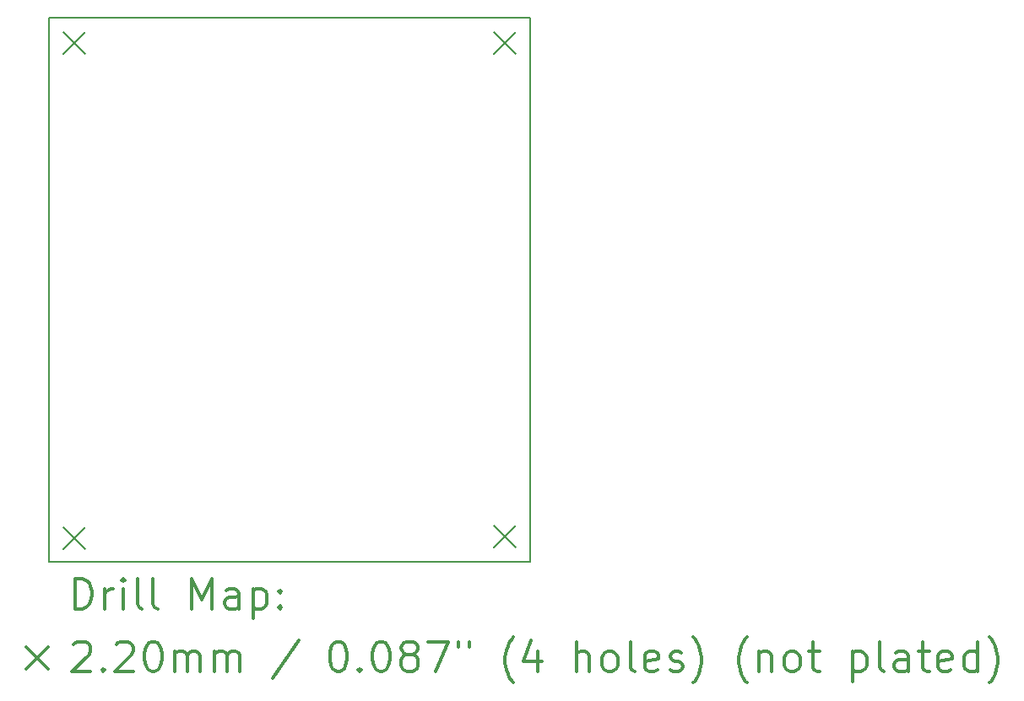
<source format=gbr>
%FSLAX45Y45*%
G04 Gerber Fmt 4.5, Leading zero omitted, Abs format (unit mm)*
G04 Created by KiCad (PCBNEW 4.0.7) date 09/16/17 19:45:39*
%MOMM*%
%LPD*%
G01*
G04 APERTURE LIST*
%ADD10C,0.127000*%
%ADD11C,0.150000*%
%ADD12C,0.200000*%
%ADD13C,0.300000*%
G04 APERTURE END LIST*
D10*
D11*
X4826000Y0D02*
X0Y0D01*
X4826000Y5461000D02*
X4826000Y0D01*
X0Y5461000D02*
X4826000Y5461000D01*
X0Y0D02*
X0Y5461000D01*
D12*
X144000Y5317000D02*
X364000Y5097000D01*
X364000Y5317000D02*
X144000Y5097000D01*
X150350Y344950D02*
X370350Y124950D01*
X370350Y344950D02*
X150350Y124950D01*
X4462000Y5317000D02*
X4682000Y5097000D01*
X4682000Y5317000D02*
X4462000Y5097000D01*
X4462000Y364000D02*
X4682000Y144000D01*
X4682000Y364000D02*
X4462000Y144000D01*
D13*
X263929Y-473214D02*
X263929Y-173214D01*
X335357Y-173214D01*
X378214Y-187500D01*
X406786Y-216071D01*
X421071Y-244643D01*
X435357Y-301786D01*
X435357Y-344643D01*
X421071Y-401786D01*
X406786Y-430357D01*
X378214Y-458929D01*
X335357Y-473214D01*
X263929Y-473214D01*
X563929Y-473214D02*
X563929Y-273214D01*
X563929Y-330357D02*
X578214Y-301786D01*
X592500Y-287500D01*
X621071Y-273214D01*
X649643Y-273214D01*
X749643Y-473214D02*
X749643Y-273214D01*
X749643Y-173214D02*
X735357Y-187500D01*
X749643Y-201786D01*
X763928Y-187500D01*
X749643Y-173214D01*
X749643Y-201786D01*
X935357Y-473214D02*
X906786Y-458929D01*
X892500Y-430357D01*
X892500Y-173214D01*
X1092500Y-473214D02*
X1063929Y-458929D01*
X1049643Y-430357D01*
X1049643Y-173214D01*
X1435357Y-473214D02*
X1435357Y-173214D01*
X1535357Y-387500D01*
X1635357Y-173214D01*
X1635357Y-473214D01*
X1906786Y-473214D02*
X1906786Y-316072D01*
X1892500Y-287500D01*
X1863928Y-273214D01*
X1806786Y-273214D01*
X1778214Y-287500D01*
X1906786Y-458929D02*
X1878214Y-473214D01*
X1806786Y-473214D01*
X1778214Y-458929D01*
X1763928Y-430357D01*
X1763928Y-401786D01*
X1778214Y-373214D01*
X1806786Y-358929D01*
X1878214Y-358929D01*
X1906786Y-344643D01*
X2049643Y-273214D02*
X2049643Y-573214D01*
X2049643Y-287500D02*
X2078214Y-273214D01*
X2135357Y-273214D01*
X2163929Y-287500D01*
X2178214Y-301786D01*
X2192500Y-330357D01*
X2192500Y-416071D01*
X2178214Y-444643D01*
X2163929Y-458929D01*
X2135357Y-473214D01*
X2078214Y-473214D01*
X2049643Y-458929D01*
X2321071Y-444643D02*
X2335357Y-458929D01*
X2321071Y-473214D01*
X2306786Y-458929D01*
X2321071Y-444643D01*
X2321071Y-473214D01*
X2321071Y-287500D02*
X2335357Y-301786D01*
X2321071Y-316072D01*
X2306786Y-301786D01*
X2321071Y-287500D01*
X2321071Y-316072D01*
X-227500Y-857500D02*
X-7500Y-1077500D01*
X-7500Y-857500D02*
X-227500Y-1077500D01*
X249643Y-831786D02*
X263929Y-817500D01*
X292500Y-803214D01*
X363928Y-803214D01*
X392500Y-817500D01*
X406786Y-831786D01*
X421071Y-860357D01*
X421071Y-888929D01*
X406786Y-931786D01*
X235357Y-1103214D01*
X421071Y-1103214D01*
X549643Y-1074643D02*
X563929Y-1088929D01*
X549643Y-1103214D01*
X535357Y-1088929D01*
X549643Y-1074643D01*
X549643Y-1103214D01*
X678214Y-831786D02*
X692500Y-817500D01*
X721071Y-803214D01*
X792500Y-803214D01*
X821071Y-817500D01*
X835357Y-831786D01*
X849643Y-860357D01*
X849643Y-888929D01*
X835357Y-931786D01*
X663928Y-1103214D01*
X849643Y-1103214D01*
X1035357Y-803214D02*
X1063929Y-803214D01*
X1092500Y-817500D01*
X1106786Y-831786D01*
X1121071Y-860357D01*
X1135357Y-917500D01*
X1135357Y-988929D01*
X1121071Y-1046071D01*
X1106786Y-1074643D01*
X1092500Y-1088929D01*
X1063929Y-1103214D01*
X1035357Y-1103214D01*
X1006786Y-1088929D01*
X992500Y-1074643D01*
X978214Y-1046071D01*
X963928Y-988929D01*
X963928Y-917500D01*
X978214Y-860357D01*
X992500Y-831786D01*
X1006786Y-817500D01*
X1035357Y-803214D01*
X1263929Y-1103214D02*
X1263929Y-903214D01*
X1263929Y-931786D02*
X1278214Y-917500D01*
X1306786Y-903214D01*
X1349643Y-903214D01*
X1378214Y-917500D01*
X1392500Y-946071D01*
X1392500Y-1103214D01*
X1392500Y-946071D02*
X1406786Y-917500D01*
X1435357Y-903214D01*
X1478214Y-903214D01*
X1506786Y-917500D01*
X1521071Y-946071D01*
X1521071Y-1103214D01*
X1663928Y-1103214D02*
X1663928Y-903214D01*
X1663928Y-931786D02*
X1678214Y-917500D01*
X1706786Y-903214D01*
X1749643Y-903214D01*
X1778214Y-917500D01*
X1792500Y-946071D01*
X1792500Y-1103214D01*
X1792500Y-946071D02*
X1806786Y-917500D01*
X1835357Y-903214D01*
X1878214Y-903214D01*
X1906786Y-917500D01*
X1921071Y-946071D01*
X1921071Y-1103214D01*
X2506786Y-788929D02*
X2249643Y-1174643D01*
X2892500Y-803214D02*
X2921071Y-803214D01*
X2949643Y-817500D01*
X2963928Y-831786D01*
X2978214Y-860357D01*
X2992500Y-917500D01*
X2992500Y-988929D01*
X2978214Y-1046071D01*
X2963928Y-1074643D01*
X2949643Y-1088929D01*
X2921071Y-1103214D01*
X2892500Y-1103214D01*
X2863928Y-1088929D01*
X2849643Y-1074643D01*
X2835357Y-1046071D01*
X2821071Y-988929D01*
X2821071Y-917500D01*
X2835357Y-860357D01*
X2849643Y-831786D01*
X2863928Y-817500D01*
X2892500Y-803214D01*
X3121071Y-1074643D02*
X3135357Y-1088929D01*
X3121071Y-1103214D01*
X3106786Y-1088929D01*
X3121071Y-1074643D01*
X3121071Y-1103214D01*
X3321071Y-803214D02*
X3349643Y-803214D01*
X3378214Y-817500D01*
X3392500Y-831786D01*
X3406785Y-860357D01*
X3421071Y-917500D01*
X3421071Y-988929D01*
X3406785Y-1046071D01*
X3392500Y-1074643D01*
X3378214Y-1088929D01*
X3349643Y-1103214D01*
X3321071Y-1103214D01*
X3292500Y-1088929D01*
X3278214Y-1074643D01*
X3263928Y-1046071D01*
X3249643Y-988929D01*
X3249643Y-917500D01*
X3263928Y-860357D01*
X3278214Y-831786D01*
X3292500Y-817500D01*
X3321071Y-803214D01*
X3592500Y-931786D02*
X3563928Y-917500D01*
X3549643Y-903214D01*
X3535357Y-874643D01*
X3535357Y-860357D01*
X3549643Y-831786D01*
X3563928Y-817500D01*
X3592500Y-803214D01*
X3649643Y-803214D01*
X3678214Y-817500D01*
X3692500Y-831786D01*
X3706785Y-860357D01*
X3706785Y-874643D01*
X3692500Y-903214D01*
X3678214Y-917500D01*
X3649643Y-931786D01*
X3592500Y-931786D01*
X3563928Y-946071D01*
X3549643Y-960357D01*
X3535357Y-988929D01*
X3535357Y-1046071D01*
X3549643Y-1074643D01*
X3563928Y-1088929D01*
X3592500Y-1103214D01*
X3649643Y-1103214D01*
X3678214Y-1088929D01*
X3692500Y-1074643D01*
X3706785Y-1046071D01*
X3706785Y-988929D01*
X3692500Y-960357D01*
X3678214Y-946071D01*
X3649643Y-931786D01*
X3806785Y-803214D02*
X4006785Y-803214D01*
X3878214Y-1103214D01*
X4106786Y-803214D02*
X4106786Y-860357D01*
X4221071Y-803214D02*
X4221071Y-860357D01*
X4663928Y-1217500D02*
X4649643Y-1203214D01*
X4621071Y-1160357D01*
X4606786Y-1131786D01*
X4592500Y-1088929D01*
X4578214Y-1017500D01*
X4578214Y-960357D01*
X4592500Y-888929D01*
X4606786Y-846071D01*
X4621071Y-817500D01*
X4649643Y-774643D01*
X4663928Y-760357D01*
X4906786Y-903214D02*
X4906786Y-1103214D01*
X4835357Y-788929D02*
X4763928Y-1003214D01*
X4949643Y-1003214D01*
X5292500Y-1103214D02*
X5292500Y-803214D01*
X5421071Y-1103214D02*
X5421071Y-946071D01*
X5406786Y-917500D01*
X5378214Y-903214D01*
X5335357Y-903214D01*
X5306786Y-917500D01*
X5292500Y-931786D01*
X5606785Y-1103214D02*
X5578214Y-1088929D01*
X5563928Y-1074643D01*
X5549643Y-1046071D01*
X5549643Y-960357D01*
X5563928Y-931786D01*
X5578214Y-917500D01*
X5606785Y-903214D01*
X5649643Y-903214D01*
X5678214Y-917500D01*
X5692500Y-931786D01*
X5706785Y-960357D01*
X5706785Y-1046071D01*
X5692500Y-1074643D01*
X5678214Y-1088929D01*
X5649643Y-1103214D01*
X5606785Y-1103214D01*
X5878214Y-1103214D02*
X5849643Y-1088929D01*
X5835357Y-1060357D01*
X5835357Y-803214D01*
X6106786Y-1088929D02*
X6078214Y-1103214D01*
X6021071Y-1103214D01*
X5992500Y-1088929D01*
X5978214Y-1060357D01*
X5978214Y-946071D01*
X5992500Y-917500D01*
X6021071Y-903214D01*
X6078214Y-903214D01*
X6106786Y-917500D01*
X6121071Y-946071D01*
X6121071Y-974643D01*
X5978214Y-1003214D01*
X6235357Y-1088929D02*
X6263928Y-1103214D01*
X6321071Y-1103214D01*
X6349643Y-1088929D01*
X6363928Y-1060357D01*
X6363928Y-1046071D01*
X6349643Y-1017500D01*
X6321071Y-1003214D01*
X6278214Y-1003214D01*
X6249643Y-988929D01*
X6235357Y-960357D01*
X6235357Y-946071D01*
X6249643Y-917500D01*
X6278214Y-903214D01*
X6321071Y-903214D01*
X6349643Y-917500D01*
X6463928Y-1217500D02*
X6478214Y-1203214D01*
X6506786Y-1160357D01*
X6521071Y-1131786D01*
X6535357Y-1088929D01*
X6549643Y-1017500D01*
X6549643Y-960357D01*
X6535357Y-888929D01*
X6521071Y-846071D01*
X6506786Y-817500D01*
X6478214Y-774643D01*
X6463928Y-760357D01*
X7006786Y-1217500D02*
X6992500Y-1203214D01*
X6963928Y-1160357D01*
X6949643Y-1131786D01*
X6935357Y-1088929D01*
X6921071Y-1017500D01*
X6921071Y-960357D01*
X6935357Y-888929D01*
X6949643Y-846071D01*
X6963928Y-817500D01*
X6992500Y-774643D01*
X7006786Y-760357D01*
X7121071Y-903214D02*
X7121071Y-1103214D01*
X7121071Y-931786D02*
X7135357Y-917500D01*
X7163928Y-903214D01*
X7206786Y-903214D01*
X7235357Y-917500D01*
X7249643Y-946071D01*
X7249643Y-1103214D01*
X7435357Y-1103214D02*
X7406786Y-1088929D01*
X7392500Y-1074643D01*
X7378214Y-1046071D01*
X7378214Y-960357D01*
X7392500Y-931786D01*
X7406786Y-917500D01*
X7435357Y-903214D01*
X7478214Y-903214D01*
X7506786Y-917500D01*
X7521071Y-931786D01*
X7535357Y-960357D01*
X7535357Y-1046071D01*
X7521071Y-1074643D01*
X7506786Y-1088929D01*
X7478214Y-1103214D01*
X7435357Y-1103214D01*
X7621071Y-903214D02*
X7735357Y-903214D01*
X7663928Y-803214D02*
X7663928Y-1060357D01*
X7678214Y-1088929D01*
X7706786Y-1103214D01*
X7735357Y-1103214D01*
X8063928Y-903214D02*
X8063928Y-1203214D01*
X8063928Y-917500D02*
X8092500Y-903214D01*
X8149643Y-903214D01*
X8178214Y-917500D01*
X8192500Y-931786D01*
X8206786Y-960357D01*
X8206786Y-1046071D01*
X8192500Y-1074643D01*
X8178214Y-1088929D01*
X8149643Y-1103214D01*
X8092500Y-1103214D01*
X8063928Y-1088929D01*
X8378214Y-1103214D02*
X8349643Y-1088929D01*
X8335357Y-1060357D01*
X8335357Y-803214D01*
X8621071Y-1103214D02*
X8621071Y-946071D01*
X8606786Y-917500D01*
X8578214Y-903214D01*
X8521071Y-903214D01*
X8492500Y-917500D01*
X8621071Y-1088929D02*
X8592500Y-1103214D01*
X8521071Y-1103214D01*
X8492500Y-1088929D01*
X8478214Y-1060357D01*
X8478214Y-1031786D01*
X8492500Y-1003214D01*
X8521071Y-988929D01*
X8592500Y-988929D01*
X8621071Y-974643D01*
X8721071Y-903214D02*
X8835357Y-903214D01*
X8763929Y-803214D02*
X8763929Y-1060357D01*
X8778214Y-1088929D01*
X8806786Y-1103214D01*
X8835357Y-1103214D01*
X9049643Y-1088929D02*
X9021072Y-1103214D01*
X8963929Y-1103214D01*
X8935357Y-1088929D01*
X8921072Y-1060357D01*
X8921072Y-946071D01*
X8935357Y-917500D01*
X8963929Y-903214D01*
X9021072Y-903214D01*
X9049643Y-917500D01*
X9063929Y-946071D01*
X9063929Y-974643D01*
X8921072Y-1003214D01*
X9321072Y-1103214D02*
X9321072Y-803214D01*
X9321072Y-1088929D02*
X9292500Y-1103214D01*
X9235357Y-1103214D01*
X9206786Y-1088929D01*
X9192500Y-1074643D01*
X9178214Y-1046071D01*
X9178214Y-960357D01*
X9192500Y-931786D01*
X9206786Y-917500D01*
X9235357Y-903214D01*
X9292500Y-903214D01*
X9321072Y-917500D01*
X9435357Y-1217500D02*
X9449643Y-1203214D01*
X9478214Y-1160357D01*
X9492500Y-1131786D01*
X9506786Y-1088929D01*
X9521072Y-1017500D01*
X9521072Y-960357D01*
X9506786Y-888929D01*
X9492500Y-846071D01*
X9478214Y-817500D01*
X9449643Y-774643D01*
X9435357Y-760357D01*
M02*

</source>
